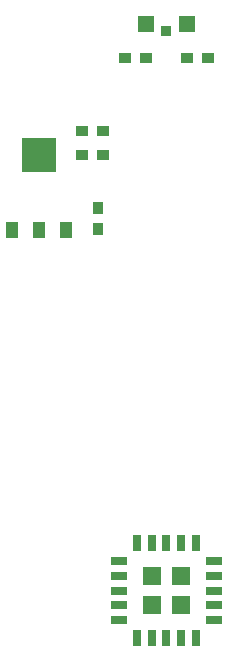
<source format=gbr>
G04 DesignSpark PCB PRO Gerber Version 10.0 Build 5299*
G04 #@! TF.Part,Single*
G04 #@! TF.FileFunction,Paste,Top*
G04 #@! TF.FilePolarity,Positive*
%FSLAX35Y35*%
%MOIN*%
G04 #@! TA.AperFunction,SMDPad,CuDef*
%ADD149R,0.02835X0.05591*%
%ADD84R,0.03543X0.03898*%
%ADD147R,0.04252X0.05827*%
%ADD148R,0.11693X0.11693*%
%ADD153R,0.03189X0.03189*%
%ADD152R,0.05315X0.05315*%
%ADD151R,0.06378X0.06378*%
%ADD150R,0.05591X0.02835*%
%ADD83R,0.03898X0.03543*%
G04 #@! TD.AperFunction*
X0Y0D02*
D02*
D83*
X44925Y214567D03*
Y222441D03*
X51925Y214567D03*
Y222441D03*
X59492Y246850D03*
X66492D03*
X79965D03*
X86965D03*
D02*
D84*
X50394Y189807D03*
Y196807D03*
D02*
D147*
X21670Y189392D03*
X30725D03*
X39780D03*
D02*
D148*
X30725Y214589D03*
D02*
D149*
X63386Y53543D03*
Y85039D03*
X68307Y53543D03*
Y85039D03*
X73228Y53543D03*
Y85039D03*
X78150Y53543D03*
Y85039D03*
X83071Y53543D03*
Y85039D03*
D02*
D150*
X57480Y59449D03*
Y64370D03*
Y69291D03*
Y74213D03*
Y79134D03*
X88976Y59449D03*
Y64370D03*
Y69291D03*
Y74213D03*
Y79134D03*
D02*
D151*
X68307Y64370D03*
Y74213D03*
X78150Y64370D03*
Y74213D03*
D02*
D152*
X66339Y258268D03*
X80118D03*
D02*
D153*
X73228Y255709D03*
X0Y0D02*
M02*

</source>
